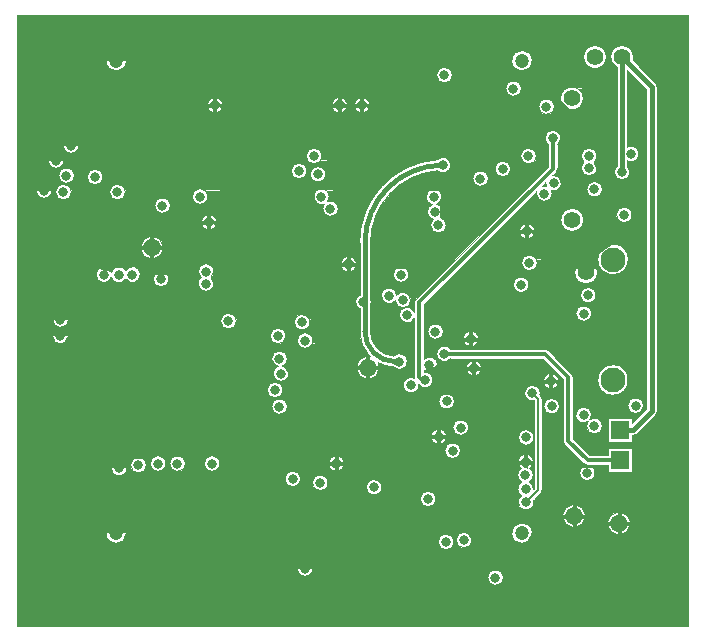
<source format=gbr>
%FSLAX23Y23*%
%MOIN*%
G04 EasyPC Gerber Version 17.0 Build 3379 *
%ADD28R,0.06000X0.06000*%
%ADD11C,0.00100*%
%ADD77C,0.00600*%
%ADD78C,0.01200*%
%ADD76C,0.01600*%
%ADD74C,0.03200*%
%ADD24C,0.04724*%
%ADD75C,0.05600*%
%ADD73C,0.08268*%
X0Y0D02*
D02*
D11*
X3Y3D02*
X2241D01*
Y2038*
X3*
Y3*
X67Y1453D02*
G75*
G02X119I26D01*
G01*
G75*
G02X67I-26*
G01*
X107Y1553D02*
G75*
G02X159I26D01*
G01*
G75*
G02X107I-26*
G01*
X122Y968D02*
G75*
G02X174I26D01*
G01*
G75*
G02X122I-26*
G01*
Y1023D02*
G75*
G02X174I26D01*
G01*
G75*
G02X122I-26*
G01*
X132Y1448D02*
G75*
G02X184I26D01*
G01*
G75*
G02X132I-26*
G01*
X142Y1503D02*
G75*
G02X194I26D01*
G01*
G75*
G02X142I-26*
G01*
X157Y1603D02*
G75*
G02X209I26D01*
G01*
G75*
G02X157I-26*
G01*
X237Y1498D02*
G75*
G02X289I26D01*
G01*
G75*
G02X237I-26*
G01*
X312Y1448D02*
G75*
G02X364I26D01*
G01*
G75*
G02X312I-26*
G01*
X317Y527D02*
G75*
G02X369I26D01*
G01*
G75*
G02X317I-26*
G01*
X318Y1165D02*
G75*
G02X267Y1173I-25J7D01*
G01*
G75*
G02X318Y1180I26*
G01*
G75*
G02X366Y1186I25J-7*
G01*
G75*
G02X414Y1173I23J-13*
G01*
G75*
G02X366Y1159I-26*
G01*
G75*
G02X318Y1165I-23J13*
G01*
X368Y311D02*
G75*
G02X301I-34D01*
G01*
G75*
G02X368I34*
G01*
Y1886D02*
G75*
G02X301I-34D01*
G01*
G75*
G02X368I34*
G01*
X382Y538D02*
G75*
G02X434I26D01*
G01*
G75*
G02X382I-26*
G01*
X426Y1258D02*
G75*
G03X448Y1235I28J5D01*
G01*
Y1225*
G75*
G02X416Y1258I5J38*
G01*
X426*
X447Y543D02*
G75*
G02X499I26D01*
G01*
G75*
G02X447I-26*
G01*
X448Y1290D02*
G75*
G03X426Y1268I5J-28D01*
G01*
X416*
G75*
G02X448Y1300I38J-5*
G01*
Y1290*
X457Y1158D02*
G75*
G02X509I26D01*
G01*
G75*
G02X457I-26*
G01*
X458Y1235D02*
G75*
G03X481Y1258I-5J28D01*
G01*
X491*
G75*
G02X458Y1225I-38J5*
G01*
Y1235*
X462Y1403D02*
G75*
G02X514I26D01*
G01*
G75*
G02X462I-26*
G01*
X481Y1268D02*
G75*
G03X458Y1290I-28J-5D01*
G01*
Y1300*
G75*
G02X491Y1268I-5J-38*
G01*
X481*
X512Y543D02*
G75*
G02X564I26D01*
G01*
G75*
G02X512I-26*
G01*
X587Y1433D02*
G75*
G02X639I26D01*
G01*
G75*
G02X587I-26*
G01*
X617Y1163D02*
G75*
G02X607Y1183I17J20D01*
G01*
G75*
G02X659I26*
G01*
G75*
G02X650Y1163I-26*
G01*
G75*
G02X659Y1143I-17J-20*
G01*
G75*
G02X607I-26*
G01*
G75*
G02X617Y1163I26*
G01*
X627Y543D02*
G75*
G02X679I26D01*
G01*
G75*
G02X627I-26*
G01*
X628Y1343D02*
G75*
G03X638Y1332I15J5D01*
G01*
Y1322*
G75*
G02X618Y1343I5J26*
G01*
X628*
X638Y1363D02*
G75*
G03X628Y1353I5J-15D01*
G01*
X618*
G75*
G02X638Y1373I26J-5*
G01*
Y1363*
X648Y1733D02*
G75*
G03X658Y1722I15J5D01*
G01*
Y1712*
G75*
G02X638Y1733I5J26*
G01*
X648*
X648Y1332D02*
G75*
G03X659Y1343I-5J15D01*
G01*
X669*
G75*
G02X648Y1322I-26J5*
G01*
Y1332*
X658Y1753D02*
G75*
G03X648Y1743I5J-15D01*
G01*
X638*
G75*
G02X658Y1763I26J-5*
G01*
Y1753*
X659Y1353D02*
G75*
G03X648Y1363I-15J-5D01*
G01*
Y1373*
G75*
G02X669Y1353I-5J-26*
G01*
X659*
X668Y1722D02*
G75*
G03X679Y1733I-5J15D01*
G01*
X689*
G75*
G02X668Y1712I-26J5*
G01*
Y1722*
X679Y1743D02*
G75*
G03X668Y1753I-15J-5D01*
G01*
Y1763*
G75*
G02X689Y1743I-5J-26*
G01*
X679*
X682Y1018D02*
G75*
G02X734I26D01*
G01*
G75*
G02X682I-26*
G01*
X837Y788D02*
G75*
G02X889I26D01*
G01*
G75*
G02X837I-26*
G01*
X847Y968D02*
G75*
G02X899I26D01*
G01*
G75*
G02X847I-26*
G01*
X852Y733D02*
G75*
G02X904I26D01*
G01*
G75*
G02X852I-26*
G01*
X874Y867D02*
G75*
G02X852Y892I4J26D01*
G01*
G75*
G02X904I26*
G01*
G75*
G02X888Y868I-26*
G01*
G75*
G02X909Y843I-4J-26*
G01*
G75*
G02X857I-26*
G01*
G75*
G02X874Y867I26*
G01*
X896Y492D02*
G75*
G02X948I26D01*
G01*
G75*
G02X896I-26*
G01*
X917Y1518D02*
G75*
G02X969I26D01*
G01*
G75*
G02X917I-26*
G01*
X927Y1014D02*
G75*
G02X979I26D01*
G01*
G75*
G02X927I-26*
G01*
X937Y193D02*
G75*
G02X989I26D01*
G01*
G75*
G02X937I-26*
G01*
Y953D02*
G75*
G02X989I26D01*
G01*
G75*
G02X937I-26*
G01*
X967Y1568D02*
G75*
G02X1019I26D01*
G01*
G75*
G02X967I-26*
G01*
X980Y1507D02*
G75*
G02X1032I26D01*
G01*
G75*
G02X980I-26*
G01*
X988Y479D02*
G75*
G02X1040I26D01*
G01*
G75*
G02X988I-26*
G01*
X1028Y1408D02*
G75*
G02X992Y1433I-9J24D01*
G01*
G75*
G02X1044I26*
G01*
G75*
G02X1039Y1417I-26*
G01*
G75*
G02X1074Y1393I9J-24*
G01*
G75*
G02X1022I-26*
G01*
G75*
G02X1028Y1408I26*
G01*
X1053Y538D02*
G75*
G03X1063Y527I15J5D01*
G01*
Y517*
G75*
G02X1043Y538I5J26*
G01*
X1053*
X1063Y1733D02*
G75*
G03X1073Y1722I15J5D01*
G01*
Y1712*
G75*
G02X1053Y1733I5J26*
G01*
X1063*
X1063Y558D02*
G75*
G03X1053Y548I5J-15D01*
G01*
X1043*
G75*
G02X1063Y568I26J-5*
G01*
Y558*
X1073Y527D02*
G75*
G03X1084Y538I-5J15D01*
G01*
X1094*
G75*
G02X1073Y517I-26J5*
G01*
Y527*
Y1753D02*
G75*
G03X1063Y1743I5J-15D01*
G01*
X1053*
G75*
G02X1073Y1763I26J-5*
G01*
Y1753*
X1083Y1722D02*
G75*
G03X1094Y1733I-5J15D01*
G01*
X1104*
G75*
G02X1083Y1712I-26J5*
G01*
Y1722*
X1084Y548D02*
G75*
G03X1073Y558I-15J-5D01*
G01*
Y568*
G75*
G02X1094Y548I-5J-26*
G01*
X1084*
X1093Y1202D02*
G75*
G03X1103Y1192I15J5D01*
G01*
Y1182*
G75*
G02X1083Y1202I5J26*
G01*
X1093*
X1094Y1743D02*
G75*
G03X1083Y1753I-15J-5D01*
G01*
Y1763*
G75*
G02X1104Y1743I-5J-26*
G01*
X1094*
X1103Y1223D02*
G75*
G03X1093Y1213I5J-15D01*
G01*
X1083*
G75*
G02X1103Y1233I26J-5*
G01*
Y1223*
X1113Y1192D02*
G75*
G03X1124Y1202I-5J15D01*
G01*
X1134*
G75*
G02X1113Y1182I-26J5*
G01*
Y1192*
X1124Y1213D02*
G75*
G03X1113Y1223I-15J-5D01*
G01*
Y1233*
G75*
G02X1134Y1213I-5J-26*
G01*
X1124*
X1138Y1733D02*
G75*
G03X1148Y1722I15J5D01*
G01*
Y1712*
G75*
G02X1128Y1733I5J26*
G01*
X1138*
X1145Y857D02*
G75*
G03X1168Y834I28J5D01*
G01*
Y824*
G75*
G02X1135Y857I5J38*
G01*
X1145*
X1145Y1060D02*
G75*
G02X1132Y1083I13J23D01*
G01*
G75*
G02X1145Y1105I26*
G01*
Y1278*
G75*
G02X1404Y1555I278*
G01*
G75*
G02X1449Y1538I19J-17*
G01*
G75*
G02X1405Y1519I-26*
G01*
G75*
G03X1181Y1278I18J-241*
G01*
Y1095*
G75*
G02X1184Y1083I-23J-12*
G01*
G75*
G02X1181Y1070I-26*
G01*
Y983*
G75*
G03X1260Y901I82*
G01*
G75*
G02X1304Y883I19J-18*
G01*
G75*
G02X1260Y865I-26*
G01*
G75*
G02X1207Y879I4J118*
G01*
G75*
G02X1210Y867I-34J-17*
G01*
X1200*
G75*
G03X1178Y890I-28J-5*
G01*
Y900*
G75*
G02X1180Y899I-5J-38*
G01*
G75*
G02X1145Y983I84J83*
G01*
Y1060*
X1148Y1753D02*
G75*
G03X1138Y1743I5J-15D01*
G01*
X1128*
G75*
G02X1148Y1763I26J-5*
G01*
Y1753*
X1158Y1722D02*
G75*
G03X1169Y1733I-5J15D01*
G01*
X1179*
G75*
G02X1158Y1712I-26J5*
G01*
Y1722*
X1167Y464D02*
G75*
G02X1219I26D01*
G01*
G75*
G02X1167I-26*
G01*
X1168Y890D02*
G75*
G03X1145Y867I5J-28D01*
G01*
X1135*
G75*
G02X1168Y900I38J-5*
G01*
Y890*
X1169Y1743D02*
G75*
G03X1158Y1753I-15J-5D01*
G01*
Y1763*
G75*
G02X1179Y1743I-5J-26*
G01*
X1169*
X1178Y834D02*
G75*
G03X1200Y857I-5J28D01*
G01*
X1210*
G75*
G02X1178Y824I-38J5*
G01*
Y834*
X1257Y1173D02*
G75*
G02X1309I26D01*
G01*
G75*
G02X1257I-26*
G01*
X1264Y1086D02*
G75*
G02X1217Y1103I-20J16D01*
G01*
G75*
G02X1269Y1104I26*
G01*
G75*
G02X1316Y1088I20J-16*
G01*
G75*
G02X1264Y1086I-26*
G01*
X1328Y1028D02*
G75*
G02X1277Y1038I-24J10D01*
G01*
G75*
G02X1328Y1047I26*
G01*
Y1081*
G75*
G02X1332Y1092I16J0*
G01*
X1773Y1533*
Y1608*
G75*
G02X1763Y1628I16J20*
G01*
G75*
G02X1815I26*
G01*
G75*
G02X1805Y1608I-26*
G01*
Y1526*
G75*
G02X1800Y1515I-16J0*
G01*
X1789Y1504*
G75*
G02X1818Y1478I2J-26*
G01*
G75*
G02X1785Y1453I-26*
G01*
G75*
G02X1787Y1443I-24J-10*
G01*
G75*
G02X1735I-26*
G01*
G75*
G02X1736Y1450I26*
G01*
X1360Y1074*
Y890*
G75*
G02X1404Y873I19J-18*
G01*
G75*
G02X1360Y855I-26*
G01*
Y847*
G75*
G02X1390Y821I4J-26*
G01*
G75*
G02X1341Y808I-26*
G01*
G75*
G02X1342Y804I-26J-4*
G01*
G75*
G02X1290I-26*
G01*
G75*
G02X1328Y827I26*
G01*
G75*
G02X1328Y831I15J4*
G01*
Y1028*
X1347Y425D02*
G75*
G02X1399I26D01*
G01*
G75*
G02X1347I-26*
G01*
X1372Y983D02*
G75*
G02X1424I26D01*
G01*
G75*
G02X1372I-26*
G01*
X1388Y1406D02*
G75*
G02X1367Y1432I5J26D01*
G01*
G75*
G02X1419I26*
G01*
G75*
G02X1401Y1408I-26*
G01*
G75*
G02X1423Y1382I-5J-26*
G01*
G75*
G02X1414Y1363I-26*
G01*
G75*
G02X1434Y1338I-6J-25*
G01*
G75*
G02X1382I-26*
G01*
G75*
G02X1391Y1357I26*
G01*
G75*
G02X1371Y1382I6J25*
G01*
G75*
G02X1388Y1406I26*
G01*
X1393Y627D02*
G75*
G03X1404Y617I15J5D01*
G01*
Y607*
G75*
G02X1383Y627I5J26*
G01*
X1393*
X1402Y1838D02*
G75*
G02X1454I26D01*
G01*
G75*
G02X1402I-26*
G01*
X1404Y647D02*
G75*
G03X1393Y637I5J-15D01*
G01*
X1383*
G75*
G02X1404Y658I26J-5*
G01*
Y647*
X1407Y282D02*
G75*
G02X1459I26D01*
G01*
G75*
G02X1407I-26*
G01*
X1409Y750D02*
G75*
G02X1461I26D01*
G01*
G75*
G02X1409I-26*
G01*
X1414Y617D02*
G75*
G03X1424Y627I-5J15D01*
G01*
X1434*
G75*
G02X1414Y607I-26J5*
G01*
Y617*
X1424Y637D02*
G75*
G03X1414Y647I-15J-5D01*
G01*
Y658*
G75*
G02X1434Y637I-5J-26*
G01*
X1424*
X1429Y586D02*
G75*
G02X1481I26D01*
G01*
G75*
G02X1429I-26*
G01*
X1448Y893D02*
G75*
G02X1402Y909I-20J16D01*
G01*
G75*
G02X1448Y925I26*
G01*
X1763*
G75*
G02X1774Y920I0J-16*
G01*
X1851Y843*
G75*
G02X1856Y832I-11J-11*
G01*
Y626*
X1911Y570*
X1974*
Y595*
X2054*
Y515*
X1974*
Y538*
X1905*
G75*
G02X1893Y543I0J16*
G01*
X1828Y608*
G75*
G02X1824Y619I11J11*
G01*
Y825*
X1756Y893*
X1448*
X1456Y663D02*
G75*
G02X1508I26D01*
G01*
G75*
G02X1456I-26*
G01*
X1467Y288D02*
G75*
G02X1519I26D01*
G01*
G75*
G02X1467I-26*
G01*
X1500Y953D02*
G75*
G03X1511Y943I15J5D01*
G01*
Y933*
G75*
G02X1490Y953I5J26*
G01*
X1500*
X1510Y856D02*
G75*
G03X1521Y846I15J5D01*
G01*
Y836*
G75*
G02X1500Y856I5J26*
G01*
X1510*
X1511Y973D02*
G75*
G03X1500Y963I5J-15D01*
G01*
X1490*
G75*
G02X1511Y984I26J-5*
G01*
Y973*
X1521Y876D02*
G75*
G03X1510Y866I5J-15D01*
G01*
X1500*
G75*
G02X1521Y887I26J-5*
G01*
Y876*
Y943D02*
G75*
G03X1531Y953I-5J15D01*
G01*
X1541*
G75*
G02X1521Y933I-26J5*
G01*
Y943*
X1522Y1493D02*
G75*
G02X1574I26D01*
G01*
G75*
G02X1522I-26*
G01*
X1531Y846D02*
G75*
G03X1541Y856I-5J15D01*
G01*
X1551*
G75*
G02X1531Y836I-26J5*
G01*
Y846*
X1531Y963D02*
G75*
G03X1521Y973I-15J-5D01*
G01*
Y984*
G75*
G02X1541Y963I-5J-26*
G01*
X1531*
X1541Y866D02*
G75*
G03X1531Y876I-15J-5D01*
G01*
Y887*
G75*
G02X1551Y866I-5J-26*
G01*
X1541*
X1572Y163D02*
G75*
G02X1624I26D01*
G01*
G75*
G02X1572I-26*
G01*
X1596Y1525D02*
G75*
G02X1648I26D01*
G01*
G75*
G02X1596I-26*
G01*
X1632Y1793D02*
G75*
G02X1684I26D01*
G01*
G75*
G02X1632I-26*
G01*
X1657Y1139D02*
G75*
G02X1709I26D01*
G01*
G75*
G02X1657I-26*
G01*
X1674Y630D02*
G75*
G02X1726I26D01*
G01*
G75*
G02X1674I-26*
G01*
X1682Y1568D02*
G75*
G02X1734I26D01*
G01*
G75*
G02X1682I-26*
G01*
X1684Y526D02*
G75*
G02X1673Y543I14J22D01*
G01*
X1683*
G75*
G03X1694Y533I15J5*
G01*
Y530*
G75*
G02X1704Y529I4J-26*
G01*
Y533*
G75*
G03X1714Y543I-5J15*
G01*
X1724*
G75*
G02X1712Y526I-26J5*
G01*
G75*
G02X1724Y504I-14J-22*
G01*
G75*
G02X1710Y481I-26*
G01*
G75*
G02X1725Y458I-12J-23*
G01*
G75*
G02X1725Y457I-26J0*
G01*
X1727Y459*
Y753*
G75*
G02X1695Y778I-6J25*
G01*
G75*
G02X1747I26*
G01*
G75*
G02X1746Y771I-26*
G01*
X1749Y768*
G75*
G02X1753Y759I-9J-9*
G01*
Y454*
G75*
G02X1749Y445I-13*
G01*
X1725Y421*
G75*
G02X1726Y414I-25J-7*
G01*
G75*
G02X1674I-26*
G01*
G75*
G02X1685Y436I26*
G01*
G75*
G02X1673Y458I13J22*
G01*
G75*
G02X1686Y481I26*
G01*
G75*
G02X1672Y504I12J23*
G01*
G75*
G02X1684Y526I26*
G01*
X1685Y1212D02*
G75*
G02X1737I26D01*
G01*
G75*
G02X1685I-26*
G01*
X1688Y1313D02*
G75*
G03X1698Y1302I15J5D01*
G01*
Y1292*
G75*
G02X1678Y1313I5J26*
G01*
X1688*
X1694Y563D02*
G75*
G03X1683Y553I5J-15D01*
G01*
X1673*
G75*
G02X1694Y574I26J-5*
G01*
Y563*
X1698Y1333D02*
G75*
G03X1688Y1323I5J-15D01*
G01*
X1678*
G75*
G02X1698Y1343I26J-5*
G01*
Y1333*
X1708Y1302D02*
G75*
G03X1719Y1313I-5J15D01*
G01*
X1729*
G75*
G02X1708Y1292I-26J5*
G01*
Y1302*
X1714Y553D02*
G75*
G03X1704Y563I-15J-5D01*
G01*
Y574*
G75*
G02X1724Y553I-5J-26*
G01*
X1714*
X1719Y1323D02*
G75*
G03X1708Y1333I-15J-5D01*
G01*
Y1343*
G75*
G02X1729Y1323I-5J-26*
G01*
X1719*
X1720Y311D02*
G75*
G02X1653I-34D01*
G01*
G75*
G02X1720I34*
G01*
Y1886D02*
G75*
G02X1653I-34D01*
G01*
G75*
G02X1720I34*
G01*
X1742Y1733D02*
G75*
G02X1794I26D01*
G01*
G75*
G02X1742I-26*
G01*
X1759Y734D02*
G75*
G02X1811I26D01*
G01*
G75*
G02X1759I-26*
G01*
X1768Y813D02*
G75*
G03X1778Y802I15J5D01*
G01*
Y792*
G75*
G02X1758Y813I5J26*
G01*
X1768*
X1778Y833D02*
G75*
G03X1768Y823I5J-15D01*
G01*
X1758*
G75*
G02X1778Y843I26J-5*
G01*
Y833*
X1788Y802D02*
G75*
G03X1799Y813I-5J15D01*
G01*
X1809*
G75*
G02X1788Y792I-26J5*
G01*
Y802*
X1799Y823D02*
G75*
G03X1788Y833I-15J-5D01*
G01*
Y843*
G75*
G02X1809Y823I-5J-26*
G01*
X1799*
X1815Y1760D02*
G75*
G02X1891I38D01*
G01*
G75*
G02X1815I-38*
G01*
X1816Y1355D02*
G75*
G02X1892I38D01*
G01*
G75*
G02X1816I-38*
G01*
X1832Y363D02*
G75*
G03X1855Y340I28J5D01*
G01*
Y330*
G75*
G02X1822Y363I5J38*
G01*
X1832*
X1855Y396D02*
G75*
G03X1832Y373I5J-28D01*
G01*
X1822*
G75*
G02X1855Y406I38J-5*
G01*
Y396*
X1862Y1180D02*
G75*
G02X1938I38D01*
G01*
G75*
G02X1862I-38*
G01*
X1865Y340D02*
G75*
G03X1887Y363I-5J28D01*
G01*
X1897*
G75*
G02X1865Y330I-38J5*
G01*
Y340*
X1866Y1043D02*
G75*
G02X1918I26D01*
G01*
G75*
G02X1866I-26*
G01*
X1878Y512D02*
G75*
G02X1930I26D01*
G01*
G75*
G02X1878I-26*
G01*
X1881Y1104D02*
G75*
G02X1933I26D01*
G01*
G75*
G02X1881I-26*
G01*
X1887Y373D02*
G75*
G03X1865Y396I-28J-5D01*
G01*
Y406*
G75*
G02X1897Y373I-5J-38*
G01*
X1887*
X1892Y1898D02*
G75*
G02X1968I38D01*
G01*
G75*
G02X1892I-38*
G01*
X1893Y1548D02*
G75*
G02X1884Y1568I17J20D01*
G01*
G75*
G02X1936I26*
G01*
G75*
G02X1926Y1548I-26*
G01*
G75*
G02X1936Y1528I-17J-20*
G01*
G75*
G02X1884I-26*
G01*
G75*
G02X1893Y1548I26*
G01*
X1902Y1457D02*
G75*
G02X1954I26D01*
G01*
G75*
G02X1902I-26*
G01*
X1907Y684D02*
G75*
G02X1866Y705I-16J21D01*
G01*
G75*
G02X1918I26*
G01*
G75*
G02X1912Y689I-26*
G01*
G75*
G02X1954Y668I16J-21*
G01*
G75*
G02X1902I-26*
G01*
G75*
G02X1907Y684I26*
G01*
X1982Y338D02*
G75*
G03X2005Y316I28J5D01*
G01*
Y306*
G75*
G02X1972Y338I5J38*
G01*
X1982*
X1990Y770D02*
G75*
G02Y873J51D01*
G01*
G75*
G02Y770J-51*
G01*
Y1172D02*
G75*
G02Y1275J51D01*
G01*
G75*
G02Y1172J-51*
G01*
X2001Y1372D02*
G75*
G02X2053I26D01*
G01*
G75*
G02X2001I-26*
G01*
X2002Y1534D02*
Y1782D01*
Y1865*
G75*
G02X1982Y1898I18J33*
G01*
G75*
G02X2058I38*
G01*
G75*
G02X2056Y1887I-38J0*
G01*
X2131Y1812*
G75*
G02X2137Y1799I-13J-13*
G01*
Y717*
G75*
G02X2131Y704I-18*
G01*
X2069Y642*
G75*
G02X2057Y637I-13J13*
G01*
X2054*
Y615*
X1974*
Y695*
X2054*
Y677*
X2101Y724*
Y1792*
X2038Y1855*
Y1782*
Y1598*
G75*
G02X2076Y1575I12J-23*
G01*
G75*
G02X2038Y1552I-26*
G01*
Y1534*
G75*
G02X2046Y1515I-18J-19*
G01*
G75*
G02X1994I-26*
G01*
G75*
G02X2002Y1534I26*
G01*
X2005Y371D02*
G75*
G03X1982Y348I5J-28D01*
G01*
X1972*
G75*
G02X2005Y381I38J-5*
G01*
Y371*
X2015Y316D02*
G75*
G03X2037Y338I-5J28D01*
G01*
X2047*
G75*
G02X2015Y306I-38J5*
G01*
Y316*
X2037Y348D02*
G75*
G03X2015Y371I-28J-5D01*
G01*
Y381*
G75*
G02X2047Y348I-5J-38*
G01*
X2037*
X2039Y736D02*
G75*
G02X2091I26D01*
G01*
G75*
G02X2039I-26*
G01*
X3Y1453D02*
G36*
Y1403D01*
X462*
G75*
G02X514I26*
G01*
X1024*
G75*
G02X1028Y1408I24J-10*
G01*
G75*
G02X992Y1433I-9J24*
G01*
G75*
G02X1002Y1453I26*
G01*
X630*
G75*
G02X639Y1433I-17J-20*
G01*
G75*
G02X587I-26*
G01*
G75*
G02X597Y1453I26*
G01*
X364*
G75*
G02X364Y1448I-26J-5*
G01*
G75*
G02X312I-26*
G01*
G75*
G02X313Y1453I26J0*
G01*
X184*
G75*
G02X184Y1448I-26J-5*
G01*
G75*
G02X132I-26*
G01*
G75*
G02X133Y1453I26J0*
G01*
X119*
G75*
G02X67I-26*
G01*
X3*
G37*
X67D02*
G36*
G75*
G02X119I26D01*
G01*
X133*
G75*
G02X184I26J-5*
G01*
X313*
G75*
G02X364I26J-5*
G01*
X597*
G75*
G02X630I17J-20*
G01*
X1002*
G75*
G02X1035I17J-20*
G01*
X1207*
G75*
G02X1260Y1503I216J-175*
G01*
X1031*
G75*
G02X980I-26J5*
G01*
X965*
G75*
G02X922I-21J15*
G01*
X289*
G75*
G02X289Y1498I-26J-5*
G01*
G75*
G02X237I-26*
G01*
G75*
G02X238Y1503I26J0*
G01*
X194*
G75*
G02X142I-26*
G01*
X3*
Y1453*
X67*
G37*
X1035D02*
G36*
G75*
G02X1044Y1433I-17J-20D01*
G01*
G75*
G02X1039Y1417I-26*
G01*
G75*
G02X1072Y1403I9J-24*
G01*
X1175*
G75*
G02X1207Y1453I248J-125*
G01*
X1035*
G37*
X1256D02*
G36*
G75*
G03X1216Y1403I167J-175D01*
G01*
X1381*
G75*
G02X1388Y1406I16J-20*
G01*
G75*
G02X1367Y1432I5J26*
G01*
G75*
G02X1377Y1453I26*
G01*
X1256*
G37*
X1377D02*
G36*
G75*
G02X1409I16J-20D01*
G01*
X1692*
X1742Y1503*
X1635*
G75*
G02X1609I-13J23*
G01*
X1572*
G75*
G02X1574Y1493I-24J-10*
G01*
G75*
G02X1522I-26*
G01*
G75*
G02X1524Y1503I26*
G01*
X1334*
G75*
G03X1256Y1453I89J-225*
G01*
X1377*
G37*
X1409D02*
G36*
G75*
G02X1419Y1432I-16J-20D01*
G01*
G75*
G02X1401Y1408I-26*
G01*
G75*
G02X1413Y1403I-5J-26*
G01*
X1642*
X1692Y1453*
X1409*
G37*
X1796D02*
G36*
G75*
G02X1785Y1453I-5J26D01*
G01*
G75*
G02X1787Y1443I-24J-10*
G01*
G75*
G02X1735I-26*
G01*
G75*
G02X1736Y1450I26*
G01*
X1688Y1403*
X2101*
Y1453*
X1953*
G75*
G02X1902I-26J5*
G01*
X1796*
G37*
X1902D02*
G36*
G75*
G02X1902Y1457I26J5D01*
G01*
G75*
G02X1954I26*
G01*
G75*
G02X1953Y1453I-26J0*
G01*
X2101*
Y1792*
X2038Y1855*
Y1598*
G75*
G02X2076Y1575I12J-23*
G01*
G75*
G02X2038Y1552I-26*
G01*
Y1534*
G75*
G02X2046Y1515I-18J-19*
G01*
G75*
G02X1997Y1503I-26*
G01*
X1915*
G75*
G02X1905I-5J26*
G01*
X1800*
G75*
G02X1818Y1478I-9J-24*
G01*
G75*
G02X1796Y1453I-26*
G01*
X1902*
G37*
X2137D02*
G36*
Y1403D01*
X2241*
Y1453*
X2137*
G37*
X2241D02*
G36*
Y1503D01*
X2137*
Y1453*
X2241*
G37*
X3Y1553D02*
G36*
Y1503D01*
X142*
G75*
G02X194I26*
G01*
X238*
G75*
G02X289I26J-5*
G01*
X922*
G75*
G02X917Y1518I21J15*
G01*
G75*
G02X969I26*
G01*
G75*
G02X965Y1503I-26*
G01*
X980*
G75*
G02X980Y1507I26J5*
G01*
G75*
G02X1032I26*
G01*
G75*
G02X1031Y1503I-26J0*
G01*
X1260*
G75*
G02X1383Y1553I163J-225*
G01*
X1015*
G75*
G02X972I-21J15*
G01*
X159*
G75*
G02X107I-26*
G01*
X3*
G37*
X107D02*
G36*
G75*
G02X159I26D01*
G01*
X972*
G75*
G02X967Y1568I21J15*
G01*
G75*
G02X1019I26*
G01*
G75*
G02X1015Y1553I-26*
G01*
X1383*
G75*
G02X1404Y1555I41J-275*
G01*
G75*
G02X1445Y1553I19J-17*
G01*
X1687*
G75*
G02X1682Y1568I21J15*
G01*
G75*
G02X1734I26*
G01*
G75*
G02X1730Y1553I-26*
G01*
X1773*
Y1603*
X209*
G75*
G02X157I-26*
G01*
X3*
Y1553*
X107*
G37*
X1445D02*
G36*
G75*
G02X1449Y1538I-21J-15D01*
G01*
G75*
G02X1405Y1519I-26*
G01*
G75*
G03X1334Y1503I18J-241*
G01*
X1524*
G75*
G02X1572I24J-10*
G01*
X1609*
G75*
G02X1596Y1525I13J23*
G01*
G75*
G02X1648I26*
G01*
G75*
G02X1635Y1503I-26*
G01*
X1742*
X1773Y1533*
Y1553*
X1730*
G75*
G02X1687I-21J15*
G01*
X1445*
G37*
X1805D02*
G36*
Y1526D01*
G75*
G02X1800Y1515I-16J0*
G01*
X1789Y1504*
G75*
G02X1800Y1503I2J-26*
G01*
X1905*
G75*
G02X1884Y1528I5J26*
G01*
G75*
G02X1893Y1548I26*
G01*
G75*
G02X1889Y1553I17J20*
G01*
X1805*
G37*
X1889D02*
G36*
G75*
G02X1884Y1568I21J16D01*
G01*
G75*
G02X1936I26*
G01*
G75*
G02X1930Y1553I-26J0*
G01*
X2002*
Y1603*
X1805*
Y1553*
X1889*
G37*
X1930D02*
G36*
G75*
G02X1926Y1548I-21J16D01*
G01*
G75*
G02X1936Y1528I-17J-20*
G01*
G75*
G02X1915Y1503I-26*
G01*
X1997*
G75*
G02X1994Y1515I23J13*
G01*
G75*
G02X2002Y1534I26*
G01*
Y1553*
X1930*
G37*
X2137D02*
G36*
Y1503D01*
X2241*
Y1553*
X2137*
G37*
X2241D02*
G36*
Y1603D01*
X2137*
Y1553*
X2241*
G37*
X3Y968D02*
G36*
Y943D01*
X140*
G75*
G02X122Y968I8J25*
G01*
X3*
G37*
X122D02*
G36*
G75*
G02X174I26D01*
G01*
X847*
G75*
G02X899I26*
G01*
X942*
G75*
G02X985I21J-15*
G01*
X1146*
G75*
G02X1145Y983I117J15*
G01*
Y1023*
X977*
G75*
G02X979Y1014I-25J-8*
G01*
G75*
G02X927I-26*
G01*
G75*
G02X928Y1023I26J0*
G01*
X734*
G75*
G02X734Y1018I-26J-5*
G01*
G75*
G02X682I-26*
G01*
G75*
G02X683Y1023I26J0*
G01*
X174*
G75*
G02X122I-26*
G01*
X3*
Y968*
X122*
G37*
X174D02*
G36*
G75*
G02X157Y943I-26D01*
G01*
X865*
G75*
G02X847Y968I8J25*
G01*
X174*
G37*
X899D02*
G36*
G75*
G02X882Y943I-26D01*
G01*
X939*
G75*
G02X937Y953I24J10*
G01*
G75*
G02X942Y968I26*
G01*
X899*
G37*
X985D02*
G36*
G75*
G02X989Y953I-21J-15D01*
G01*
G75*
G02X988Y943I-26J0*
G01*
X1152*
G75*
G02X1146Y968I111J40*
G01*
X985*
G37*
X1183D02*
G36*
G75*
G03X1192Y943I81J15D01*
G01*
X1328*
Y968*
X1183*
G37*
X1328D02*
G36*
Y1028D01*
G75*
G02X1282Y1023I-24J10*
G01*
X1181*
Y983*
G75*
G03X1183Y968I82J0*
G01*
X1328*
G37*
X1360D02*
G36*
Y943D01*
X1495*
G75*
G02X1490Y953I21J15*
G01*
X1500*
G75*
G03X1511Y943I15J5*
G01*
Y943*
X1521*
Y943*
G75*
G03X1531Y953I-5J15*
G01*
X1541*
G75*
G02X1537Y943I-26J5*
G01*
X2101*
Y968*
X1540*
G75*
G02X1541Y963I-24J-9*
G01*
X1531*
G75*
G03X1529Y968I-15J-5*
G01*
X1503*
G75*
G03X1500Y963I13J-9*
G01*
X1490*
G75*
G02X1491Y968I26J-5*
G01*
X1420*
G75*
G02X1377I-21J15*
G01*
X1360*
G37*
X1377D02*
G36*
G75*
G02X1372Y983I21J15D01*
G01*
G75*
G02X1424I26*
G01*
G75*
G02X1420Y968I-26*
G01*
X1491*
G75*
G02X1511Y984I24J-9*
G01*
Y973*
G75*
G03X1503Y968I5J-15*
G01*
X1529*
G75*
G03X1521Y973I-13J-9*
G01*
Y984*
G75*
G02X1540Y968I-5J-26*
G01*
X2101*
Y1023*
X1908*
G75*
G02X1876I-16J21*
G01*
X1360*
Y968*
X1377*
G37*
X2137D02*
G36*
Y943D01*
X2241*
Y968*
X2137*
G37*
X2241D02*
G36*
Y1023D01*
X2137*
Y968*
X2241*
G37*
X122Y1023D02*
G36*
G75*
G02X174I26D01*
G01*
X683*
G75*
G02X734I26J-5*
G01*
X928*
G75*
G02X977I25J-8*
G01*
X1145*
Y1060*
G75*
G02X1136Y1095I13J23*
G01*
X3*
Y1023*
X122*
G37*
X1282D02*
G36*
G75*
G02X1277Y1038I21J15D01*
G01*
G75*
G02X1328Y1047I26*
G01*
Y1081*
G75*
G02X1332Y1092I16J0*
G01*
X1335Y1095*
X1315*
G75*
G02X1316Y1088I-25J-7*
G01*
G75*
G02X1264Y1086I-26*
G01*
G75*
G02X1219Y1095I-20J16*
G01*
X1181*
Y1095*
G75*
G02Y1070I-23J-12*
G01*
Y1023*
X1282*
G37*
X1876D02*
G36*
G75*
G02X1866Y1043I16J21D01*
G01*
G75*
G02X1918I26*
G01*
G75*
G02X1908Y1023I-26*
G01*
X2101*
Y1095*
X1931*
G75*
G02X1882I-24J9*
G01*
X1380*
X1360Y1074*
Y1023*
X1876*
G37*
X2241D02*
G36*
Y1095D01*
X2137*
Y1023*
X2241*
G37*
X157Y1603D02*
G36*
G75*
G02X209I26D01*
G01*
X1773*
Y1608*
G75*
G02X1763Y1628I16J20*
G01*
G75*
G02X1815I26*
G01*
G75*
G02X1805Y1608I-26*
G01*
Y1603*
X2002*
Y1722*
X1857*
G75*
G02X1849I-4J38*
G01*
X1792*
G75*
G02X1745I-24J10*
G01*
X1175*
G75*
G02X1158Y1712I-21J15*
G01*
Y1722*
X1148*
Y1712*
G75*
G02X1132Y1722I5J26*
G01*
X1100*
G75*
G02X1083Y1712I-21J15*
G01*
Y1722*
X1073*
Y1712*
G75*
G02X1057Y1722I5J26*
G01*
X685*
G75*
G02X668Y1712I-21J15*
G01*
Y1722*
X658*
Y1712*
G75*
G02X642Y1722I5J26*
G01*
X3*
Y1603*
X157*
G37*
X2241D02*
G36*
Y1722D01*
X2137*
Y1603*
X2241*
G37*
X3Y527D02*
G36*
Y492D01*
X896*
G75*
G02X948I26*
G01*
X991*
G75*
G02X1036I23J-13*
G01*
X1675*
G75*
G02X1684Y526I23J12*
G01*
G75*
G02X1683Y527I14J22*
G01*
X1090*
G75*
G02X1073Y517I-21J15*
G01*
Y527*
G75*
G03X1074Y527I-5J15*
G01*
X1063*
X1063Y517*
G75*
G02X1047Y527I5J26*
G01*
X675*
G75*
G02X632I-21J15*
G01*
X560*
G75*
G02X517I-21J15*
G01*
X495*
G75*
G02X452I-21J15*
G01*
X432*
G75*
G02X384I-24J10*
G01*
X369*
G75*
G02X317I-26*
G01*
X3*
G37*
X317D02*
G36*
G75*
G02X369I26D01*
G01*
X384*
G75*
G02X382Y538I24J10*
G01*
G75*
G02X392Y558I26*
G01*
X3*
Y527*
X317*
G37*
X452D02*
G36*
G75*
G02X447Y543I21J15D01*
G01*
G75*
G02X452Y558I26*
G01*
X425*
G75*
G02X434Y538I-16J-20*
G01*
G75*
G02X432Y527I-26*
G01*
X452*
G37*
X517D02*
G36*
G75*
G02X512Y543I21J15D01*
G01*
G75*
G02X517Y558I26*
G01*
X495*
G75*
G02X499Y543I-21J-15*
G01*
G75*
G02X495Y527I-26*
G01*
X517*
G37*
X632D02*
G36*
G75*
G02X627Y543I21J15D01*
G01*
G75*
G02X632Y558I26*
G01*
X560*
G75*
G02X564Y543I-21J-15*
G01*
G75*
G02X560Y527I-26*
G01*
X632*
G37*
X1047D02*
G36*
G75*
G02X1043Y538I21J15D01*
G01*
X1053*
G75*
G03X1063Y527I15J5*
G01*
X1074*
G75*
G03X1084Y538I-6J15*
G01*
X1094*
G75*
G02X1090Y527I-26J5*
G01*
X1683*
G75*
G02X1673Y543I16J21*
G01*
X1683*
G75*
G03X1694Y533I15J5*
G01*
Y530*
G75*
G02X1704Y529I4J-26*
G01*
Y533*
G75*
G03X1714Y543I-5J15*
G01*
X1724*
G75*
G02X1712Y526I-26J5*
G01*
G75*
G02X1710Y481I-14J-22*
G01*
G75*
G02X1725Y458I-12J-23*
G01*
G75*
G02X1725Y457I-26J0*
G01*
X1727Y459*
Y558*
X1723*
G75*
G02X1724Y553I-24J-10*
G01*
X1714*
G75*
G03X1711Y558I-15J-5*
G01*
X1686*
G75*
G03X1683Y553I13J-10*
G01*
X1673*
G75*
G02X1675Y558I26J-5*
G01*
X1090*
G75*
G02X1094Y548I-21J-15*
G01*
X1084*
G75*
G03X1073Y558I-15J-5*
G01*
Y558*
X1063*
Y558*
G75*
G03X1053Y548I5J-15*
G01*
X1043*
G75*
G02X1047Y558I26J-5*
G01*
X675*
G75*
G02X679Y543I-21J-15*
G01*
G75*
G02X675Y527I-26*
G01*
X1047*
G37*
X1753D02*
G36*
Y492D01*
X1887*
G75*
G02X1878Y512I17J20*
G01*
G75*
G02X1883Y527I26*
G01*
X1753*
G37*
X1883D02*
G36*
G75*
G02X1925I21J-15D01*
G01*
X1974*
Y538*
X1905*
G75*
G02X1893Y543I0J16*
G01*
X1878Y558*
X1753*
Y527*
X1883*
G37*
X1925D02*
G36*
G75*
G02X1930Y512I-21J-15D01*
G01*
G75*
G02X1920Y492I-26*
G01*
X2241*
Y527*
X2054*
Y515*
X1974*
Y527*
X1925*
G37*
X2241D02*
G36*
Y558D01*
X2054*
Y527*
X2241*
G37*
X3Y1173D02*
G36*
Y1139D01*
X465*
G75*
G02X457Y1158I18J18*
G01*
G75*
G02X462Y1173I26*
G01*
X414*
G75*
G02X366Y1159I-26*
G01*
G75*
G02X318Y1165I-23J13*
G01*
G75*
G02X267Y1173I-25J7*
G01*
X3*
G37*
X267D02*
G36*
G75*
G02X277Y1192I26D01*
G01*
X3*
Y1173*
X267*
G37*
X462D02*
G36*
G75*
G02X505I21J-15D01*
G01*
X609*
G75*
G02X607Y1183I24J10*
G01*
G75*
G02X609Y1192I26*
G01*
X405*
G75*
G02X414Y1173I-17J-20*
G01*
X462*
G37*
X505D02*
G36*
G75*
G02X509Y1158I-21J-15D01*
G01*
G75*
G02X502Y1139I-26*
G01*
X608*
G75*
G02X607Y1143I26J3*
G01*
G75*
G02X617Y1163I26*
G01*
G75*
G02X609Y1173I17J20*
G01*
X505*
G37*
X657D02*
G36*
G75*
G02X650Y1163I-24J10D01*
G01*
G75*
G02X659Y1143I-17J-20*
G01*
G75*
G02X659Y1139I-26J0*
G01*
X1145*
Y1173*
X657*
G37*
X1145D02*
G36*
Y1192D01*
X1130*
G75*
G02X1113Y1182I-21J15*
G01*
Y1192*
X1103*
Y1182*
G75*
G02X1087Y1192I5J26*
G01*
X658*
G75*
G02X659Y1183I-24J-10*
G01*
G75*
G02X657Y1173I-26*
G01*
X1145*
G37*
X1181D02*
G36*
Y1139D01*
X1379*
X1412Y1173*
X1309*
G75*
G02X1257I-26*
G01*
X1181*
G37*
X1257D02*
G36*
G75*
G02X1267Y1192I26D01*
G01*
X1181*
Y1173*
X1257*
G37*
X1412D02*
G36*
X1432Y1192D01*
X1300*
G75*
G02X1309Y1173I-17J-20*
G01*
X1412*
G37*
X1458D02*
G36*
X1424Y1139D01*
X1657*
G75*
G02X1709I26*
G01*
X2101*
Y1173*
X1998*
G75*
G02X1990Y1172I-8J51*
G01*
G75*
G02X1982Y1173J51*
G01*
X1937*
G75*
G02X1862I-37J8*
G01*
X1458*
G37*
X1862D02*
G36*
G75*
G02X1862Y1180I37J8D01*
G01*
G75*
G02X1864Y1192I38J0*
G01*
X1727*
G75*
G02X1694I-17J20*
G01*
X1477*
X1458Y1173*
X1862*
G37*
X1982D02*
G36*
G75*
G02X1949Y1192I8J51D01*
G01*
X1936*
G75*
G02X1938Y1180I-36J-12*
G01*
G75*
G02X1937Y1173I-38J0*
G01*
X1982*
G37*
X2101D02*
G36*
Y1192D01*
X2031*
G75*
G02X1998Y1173I-41J31*
G01*
X2101*
G37*
X2137D02*
G36*
Y1139D01*
X2241*
Y1173*
X2137*
G37*
X2241D02*
G36*
Y1192D01*
X2137*
Y1173*
X2241*
G37*
X3Y311D02*
G36*
Y282D01*
X317*
G75*
G02X301Y311I17J29*
G01*
X3*
G37*
X301D02*
G36*
G75*
G02X368I34D01*
G01*
X1483*
G75*
G02X1504I10J-24*
G01*
X1653*
G75*
G02X1720I34*
G01*
X1989*
G75*
G02X1972Y338I20J32*
G01*
X1982*
G75*
G03X2005Y316I28J5*
G01*
Y311*
X2015*
Y316*
G75*
G03X2037Y338I-5J28*
G01*
X2047*
G75*
G02X2030Y311I-38J5*
G01*
X2241*
Y347*
X1891*
G75*
G02X1865Y330I-31J21*
G01*
Y340*
G75*
G03X1878Y347I-5J28*
G01*
X1841*
G75*
G03X1855Y340I18J21*
G01*
Y330*
G75*
G02X1828Y347I5J38*
G01*
X3*
Y311*
X301*
G37*
X368D02*
G36*
G75*
G02X352Y282I-34D01*
G01*
X1407*
G75*
G02X1459I26*
G01*
X1468*
G75*
G02X1467Y288I26J5*
G01*
G75*
G02X1483Y311I26*
G01*
X368*
G37*
X1504D02*
G36*
G75*
G02X1519Y288I-10J-24D01*
G01*
G75*
G02X1519Y282I-26J0*
G01*
X1669*
G75*
G02X1653Y311I17J29*
G01*
X1504*
G37*
X1720D02*
G36*
G75*
G02X1704Y282I-34D01*
G01*
X2241*
Y311*
X2030*
G75*
G02X2015Y306I-20J32*
G01*
Y311*
X2005*
Y306*
G75*
G02X1989Y311I5J38*
G01*
X1720*
G37*
X3Y1886D02*
G36*
Y1838D01*
X1402*
G75*
G02X1454I26*
G01*
X2002*
Y1865*
G75*
G02X1984Y1886I18J33*
G01*
X1966*
G75*
G02X1894I-36J12*
G01*
X1720*
G75*
G02X1653I-34*
G01*
X368*
G75*
G02X301I-34*
G01*
X3*
G37*
X301D02*
G36*
G75*
G02X368I34D01*
G01*
X1653*
G75*
G02X1720I34*
G01*
X1894*
G75*
G02X1892Y1898I36J12*
G01*
G75*
G02X1968I38*
G01*
G75*
G02X1966Y1886I-38*
G01*
X1984*
G75*
G02X1982Y1898I36J12*
G01*
G75*
G02X2058I38*
G01*
G75*
G02X2056Y1887I-38J0*
G01*
X2057Y1886*
X2241*
Y2038*
X3*
Y1886*
X301*
G37*
X2057D02*
G36*
X2106Y1838D01*
X2241*
Y1886*
X2057*
G37*
X3Y1241D02*
G36*
Y1223D01*
X1087*
G75*
G02X1103Y1233I21J-15*
G01*
Y1223*
X1113*
Y1233*
G75*
G02X1130Y1223I-5J-26*
G01*
X1145*
Y1241*
X485*
G75*
G02X458Y1225I-31J21*
G01*
Y1235*
G75*
G03X472Y1241I-5J28*
G01*
X435*
G75*
G03X448Y1235I18J21*
G01*
Y1225*
G75*
G02X422Y1241I5J38*
G01*
X3*
G37*
X422D02*
G36*
G75*
G02X416Y1258I31J21D01*
G01*
X426*
G75*
G03X435Y1241I28J5*
G01*
X472*
G75*
G03X481Y1258I-18J21*
G01*
X491*
G75*
G02X485Y1241I-38J5*
G01*
X1145*
Y1278*
G75*
G02X1146Y1284I278J0*
G01*
X485*
G75*
G02X491Y1268I-31J-21*
G01*
X481*
G75*
G03X472Y1284I-28J-5*
G01*
X435*
G75*
G03X426Y1268I18J-21*
G01*
X416*
G75*
G02X422Y1284I38J-5*
G01*
X3*
Y1241*
X422*
G37*
X1181D02*
G36*
Y1223D01*
X1463*
X1481Y1241*
X1181*
G37*
X1481D02*
G36*
X1524Y1284D01*
X1182*
G75*
G03X1181Y1278I242J-6*
G01*
Y1241*
X1481*
G37*
X1526D02*
G36*
X1508Y1223D01*
X1687*
G75*
G02X1734I24J-11*
G01*
X1938*
G75*
G02X1942Y1241I51J0*
G01*
X1526*
G37*
X1942D02*
G36*
G75*
G02X1990Y1275I48J-18D01*
G01*
G75*
G02X2038Y1241J-51*
G01*
X2101*
Y1284*
X1569*
X1526Y1241*
X1942*
G37*
X2038D02*
G36*
G75*
G02X2041Y1223I-48J-18D01*
G01*
X2101*
Y1241*
X2038*
G37*
X2137D02*
G36*
Y1223D01*
X2241*
Y1241*
X2137*
G37*
X2241D02*
G36*
Y1284D01*
X2137*
Y1241*
X2241*
G37*
X422Y1284D02*
G36*
G75*
G02X448Y1300I31J-21D01*
G01*
Y1290*
G75*
G03X435Y1284I5J-28*
G01*
X472*
G75*
G03X458Y1290I-18J-21*
G01*
Y1300*
G75*
G02X485Y1284I-5J-38*
G01*
X1146*
G75*
G02X1147Y1302I278J-6*
G01*
X3*
Y1284*
X422*
G37*
X1524D02*
G36*
X1542Y1302D01*
X1183*
G75*
G03X1182Y1284I241J-25*
G01*
X1524*
G37*
X2101D02*
G36*
Y1302D01*
X1725*
G75*
G02X1708Y1292I-21J15*
G01*
Y1302*
X1698*
Y1292*
G75*
G02X1682Y1302I5J26*
G01*
X1587*
X1569Y1284*
X2101*
G37*
X2241D02*
G36*
Y1302D01*
X2137*
Y1284*
X2241*
G37*
X3Y1403D02*
G36*
Y1363D01*
X622*
G75*
G02X638Y1373I21J-15*
G01*
Y1363*
X648*
Y1373*
G75*
G02X665Y1363I-5J-26*
G01*
X1159*
G75*
G02X1175Y1403I265J-85*
G01*
X1072*
G75*
G02X1074Y1393I-24J-10*
G01*
G75*
G02X1022I-26*
G01*
G75*
G02X1024Y1403I26*
G01*
X514*
G75*
G02X462I-26*
G01*
X3*
G37*
X1216D02*
G36*
G75*
G03X1197Y1363I207J-125D01*
G01*
X1379*
G75*
G02X1381Y1403I17J19*
G01*
X1216*
G37*
X1413D02*
G36*
G75*
G02X1414Y1363I-16J-20D01*
G01*
X1415Y1363*
X1603*
X1642Y1403*
X1413*
G37*
X1688D02*
G36*
X1648Y1363D01*
X1816*
G75*
G02X1891I37J-8*
G01*
X2002*
G75*
G02X2001Y1372I24J9*
G01*
G75*
G02X2053I26*
G01*
G75*
G02X2051Y1363I-26*
G01*
X2101*
Y1403*
X1688*
G37*
X2137D02*
G36*
Y1363D01*
X2241*
Y1403*
X2137*
G37*
X3Y1332D02*
G36*
Y1302D01*
X1147*
G75*
G02X1151Y1332I277J-25*
G01*
X665*
G75*
G02X648Y1322I-21J15*
G01*
Y1332*
X638*
Y1322*
G75*
G02X622Y1332I5J26*
G01*
X3*
G37*
X622D02*
G36*
G75*
G02X618Y1343I21J15D01*
G01*
X628*
G75*
G03X638Y1332I15J5*
G01*
Y1332*
X648*
Y1332*
G75*
G03X659Y1343I-5J15*
G01*
X669*
G75*
G02X665Y1332I-26J5*
G01*
X1151*
G75*
G02X1159Y1363I273J-55*
G01*
X665*
G75*
G02X669Y1353I-21J-15*
G01*
X659*
G75*
G03X648Y1363I-15J-5*
G01*
Y1363*
X638*
Y1363*
G75*
G03X628Y1353I5J-15*
G01*
X618*
G75*
G02X622Y1363I26J-5*
G01*
X3*
Y1332*
X622*
G37*
X1188D02*
G36*
G75*
G03X1183Y1302I236J-55D01*
G01*
X1542*
X1572Y1332*
X1434*
G75*
G02X1383I-25J5*
G01*
X1188*
G37*
X1383D02*
G36*
G75*
G02X1382Y1338I25J5D01*
G01*
G75*
G02X1391Y1357I26*
G01*
G75*
G02X1379Y1363I6J25*
G01*
X1197*
G75*
G03X1188Y1332I227J-85*
G01*
X1383*
G37*
X1572D02*
G36*
X1603Y1363D01*
X1415*
G75*
G02X1434Y1338I-6J-25*
G01*
G75*
G02X1434Y1332I-26J0*
G01*
X1572*
G37*
X1617D02*
G36*
X1587Y1302D01*
X1682*
G75*
G02X1678Y1313I21J15*
G01*
X1688*
G75*
G03X1698Y1302I15J5*
G01*
Y1302*
X1708*
Y1302*
G75*
G03X1719Y1313I-5J15*
G01*
X1729*
G75*
G02X1725Y1302I-26J5*
G01*
X2101*
Y1332*
X1884*
G75*
G02X1823I-30J23*
G01*
X1725*
G75*
G02X1729Y1323I-21J-15*
G01*
X1719*
G75*
G03X1710Y1332I-15J-5*
G01*
X1697*
G75*
G03X1688Y1323I6J-15*
G01*
X1678*
G75*
G02X1682Y1332I26J-5*
G01*
X1617*
G37*
X1682D02*
G36*
G75*
G02X1698Y1343I21J-15D01*
G01*
Y1333*
G75*
G03X1697Y1332I5J-15*
G01*
X1710*
G75*
G03X1708Y1333I-6J-15*
G01*
Y1343*
G75*
G02X1725Y1332I-5J-26*
G01*
X1823*
G75*
G02X1816Y1355I30J23*
G01*
G75*
G02X1816Y1363I38J0*
G01*
X1648*
X1617Y1332*
X1682*
G37*
X2101D02*
G36*
Y1363D01*
X2051*
G75*
G02X2002I-24J9*
G01*
X1891*
G75*
G02X1892Y1355I-37J-8*
G01*
G75*
G02X1884Y1332I-38J0*
G01*
X2101*
G37*
X2137D02*
G36*
Y1302D01*
X2241*
Y1332*
X2137*
G37*
X2241D02*
G36*
Y1363D01*
X2137*
Y1332*
X2241*
G37*
X642Y1722D02*
G36*
G75*
G02X638Y1733I21J15D01*
G01*
X648*
G75*
G03X658Y1722I15J5*
G01*
Y1722*
X668*
Y1722*
G75*
G03X679Y1733I-5J15*
G01*
X689*
G75*
G02X685Y1722I-26J5*
G01*
X1057*
G75*
G02X1053Y1733I21J15*
G01*
X1063*
G75*
G03X1073Y1722I15J5*
G01*
Y1722*
X1083*
Y1722*
G75*
G03X1094Y1733I-5J15*
G01*
X1104*
G75*
G02X1100Y1722I-26J5*
G01*
X1132*
G75*
G02X1128Y1733I21J15*
G01*
X1138*
G75*
G03X1148Y1722I15J5*
G01*
Y1722*
X1158*
Y1722*
G75*
G03X1169Y1733I-5J15*
G01*
X1179*
G75*
G02X1175Y1722I-26J5*
G01*
X1745*
G75*
G02X1742Y1733I24J10*
G01*
G75*
G02X1752Y1753I26*
G01*
X1175*
G75*
G02X1179Y1743I-21J-15*
G01*
X1169*
G75*
G03X1158Y1753I-15J-5*
G01*
Y1753*
X1148*
Y1753*
G75*
G03X1138Y1743I5J-15*
G01*
X1128*
G75*
G02X1132Y1753I26J-5*
G01*
X1100*
G75*
G02X1104Y1743I-21J-15*
G01*
X1094*
G75*
G03X1083Y1753I-15J-5*
G01*
Y1753*
X1073*
Y1753*
G75*
G03X1063Y1743I5J-15*
G01*
X1053*
G75*
G02X1057Y1753I26J-5*
G01*
X685*
G75*
G02X689Y1743I-21J-15*
G01*
X679*
G75*
G03X668Y1753I-15J-5*
G01*
Y1753*
X658*
Y1753*
G75*
G03X648Y1743I5J-15*
G01*
X638*
G75*
G02X642Y1753I26J-5*
G01*
X3*
Y1722*
X642*
G37*
X1849D02*
G36*
G75*
G02X1815Y1753I4J38D01*
G01*
X1785*
G75*
G02X1794Y1733I-16J-20*
G01*
G75*
G02X1792Y1722I-26*
G01*
X1849*
G37*
X2002D02*
G36*
Y1753D01*
X1890*
G75*
G02X1857Y1722I-37J7*
G01*
X2002*
G37*
X2241D02*
G36*
Y1753D01*
X2137*
Y1722*
X2241*
G37*
X642Y1753D02*
G36*
G75*
G02X658Y1763I21J-15D01*
G01*
Y1753*
X668*
Y1763*
G75*
G02X685Y1753I-5J-26*
G01*
X1057*
G75*
G02X1073Y1763I21J-15*
G01*
Y1753*
X1083*
Y1763*
G75*
G02X1100Y1753I-5J-26*
G01*
X1132*
G75*
G02X1148Y1763I21J-15*
G01*
Y1753*
X1158*
Y1763*
G75*
G02X1175Y1753I-5J-26*
G01*
X1752*
G75*
G02X1785I16J-20*
G01*
X1815*
G75*
G02X1815Y1760I37J7*
G01*
G75*
G02X1833Y1793I38*
G01*
X1684*
G75*
G02X1632I-26*
G01*
X3*
Y1753*
X642*
G37*
X2002D02*
G36*
Y1793D01*
X1872*
G75*
G02X1891Y1760I-20J-32*
G01*
G75*
G02X1890Y1753I-38J0*
G01*
X2002*
G37*
X2241D02*
G36*
Y1793D01*
X2137*
Y1753*
X2241*
G37*
X3Y788D02*
G36*
Y733D01*
X852*
G75*
G02X904I26*
G01*
X1415*
G75*
G02X1409Y750I19J18*
G01*
G75*
G02X1461I26*
G01*
G75*
G02X1454Y733I-26*
G01*
X1727*
Y753*
G75*
G02X1695Y778I-6J25*
G01*
G75*
G02X1696Y788I26*
G01*
X1336*
G75*
G02X1296I-20J17*
G01*
X889*
G75*
G02X837I-26*
G01*
X3*
G37*
X837D02*
G36*
G75*
G02X842Y802I26D01*
G01*
X3*
Y788*
X837*
G37*
X1296D02*
G36*
G75*
G02X1290Y802I20J17D01*
G01*
X885*
G75*
G02X889Y788I-21J-15*
G01*
X1296*
G37*
X1696D02*
G36*
G75*
G02X1711Y802I24J-9D01*
G01*
X1382*
G75*
G02X1341Y808I-18J19*
G01*
G75*
G02X1342Y804I-26J-4*
G01*
G75*
G02X1336Y788I-26*
G01*
X1696*
G37*
X1745D02*
G36*
G75*
G02X1747Y778I-24J-9D01*
G01*
G75*
G02X1746Y771I-26*
G01*
X1749Y768*
G75*
G02X1753Y759I-9J-9*
G01*
Y733*
X1759*
G75*
G02X1759Y734I26J2*
G01*
G75*
G02X1811I26*
G01*
G75*
G02X1811Y733I-26J0*
G01*
X1824*
Y788*
X1745*
G37*
X1824D02*
G36*
Y802D01*
X1805*
G75*
G02X1788Y792I-21J15*
G01*
Y802*
X1778*
Y792*
G75*
G02X1762Y802I5J26*
G01*
X1730*
G75*
G02X1745Y788I-9J-24*
G01*
X1824*
G37*
X1856D02*
G36*
Y733D01*
X2039*
G75*
G02X2039Y736I26J4*
G01*
G75*
G02X2091I26*
G01*
G75*
G02X2090Y733I-26J0*
G01*
X2101*
Y788*
X2028*
G75*
G02X1990Y770I-38J34*
G01*
G75*
G02X1951Y788J51*
G01*
X1856*
G37*
X1951D02*
G36*
G75*
G02X1942Y802I38J34D01*
G01*
X1856*
Y788*
X1951*
G37*
X2101D02*
G36*
Y802D01*
X2037*
G75*
G02X2028Y788I-48J19*
G01*
X2101*
G37*
X2137D02*
G36*
Y733D01*
X2241*
Y788*
X2137*
G37*
X2241D02*
G36*
Y802D01*
X2137*
Y788*
X2241*
G37*
X3Y733D02*
G36*
Y647D01*
X1388*
G75*
G02X1404Y658I21J-15*
G01*
Y647*
X1414*
Y658*
G75*
G02X1430Y647I-5J-26*
G01*
X1461*
G75*
G02X1456Y663I21J16*
G01*
G75*
G02X1508I26*
G01*
G75*
G02X1502Y647I-26J0*
G01*
X1680*
G75*
G02X1719I19J-17*
G01*
X1727*
Y733*
X1454*
G75*
G02X1415I-19J18*
G01*
X904*
G75*
G02X852I-26*
G01*
X3*
G37*
X1753D02*
G36*
Y647D01*
X1824*
Y733*
X1811*
G75*
G02X1759I-26J2*
G01*
X1753*
G37*
X1856D02*
G36*
Y647D01*
X1912*
G75*
G02X1902Y668I16J21*
G01*
G75*
G02X1907Y684I26*
G01*
G75*
G02X1866Y705I-16J21*
G01*
G75*
G02X1918I26*
G01*
G75*
G02X1912Y689I-26*
G01*
G75*
G02X1954Y668I16J-21*
G01*
G75*
G02X1943Y647I-26*
G01*
X1974*
Y695*
X2054*
Y677*
X2101Y724*
Y733*
X2090*
G75*
G02X2039I-26J4*
G01*
X1856*
G37*
X2137D02*
G36*
Y717D01*
G75*
G02X2131Y704I-18*
G01*
X2074Y647*
X2241*
Y733*
X2137*
G37*
X3Y868D02*
G36*
Y841D01*
X858*
G75*
G02X857Y843I26J2*
G01*
G75*
G02X874Y867I26*
G01*
G75*
G02X871Y868I4J26*
G01*
X3*
G37*
X871D02*
G36*
G75*
G02X852Y892I7J25D01*
G01*
G75*
G02X904I26*
G01*
G75*
G02X888Y868I-26*
G01*
G75*
G02X891Y868I-4J-26*
G01*
X1135*
G75*
G02X1168Y900I38J-5*
G01*
Y890*
G75*
G03X1145Y868I5J-28*
G01*
X1200*
G75*
G03X1178Y890I-27J-5*
G01*
Y900*
G75*
G02X1180Y899I-5J-38*
G01*
G75*
G02X1152Y943I84J83*
G01*
X988*
G75*
G02X939I-24J10*
G01*
X882*
G75*
G02X865I-8J25*
G01*
X157*
G75*
G02X140I-8J25*
G01*
X3*
Y868*
X871*
G37*
X891D02*
G36*
G75*
G02X909Y843I-7J-25D01*
G01*
G75*
G02X909Y841I-26J0*
G01*
X1141*
G75*
G02X1135Y857I31J21*
G01*
X1145*
G75*
G03X1154Y841I28J5*
G01*
X1191*
G75*
G03X1200Y857I-18J21*
G01*
X1210*
G75*
G02X1204Y841I-38J5*
G01*
X1328*
Y868*
X1300*
G75*
G02X1260Y865I-21J15*
G01*
G75*
G02X1207Y879I4J118*
G01*
G75*
G02X1210Y867I-34J-17*
G01*
X1200*
X1200Y868*
X1145*
X1145Y867*
X1135*
X1135Y868*
X891*
G37*
X1328D02*
G36*
Y943D01*
X1192*
G75*
G03X1260Y901I72J40*
G01*
G75*
G02X1304Y883I19J-18*
G01*
G75*
G02X1300Y868I-26*
G01*
X1328*
G37*
X1404D02*
G36*
G75*
G02X1360Y855I-26J5D01*
G01*
Y847*
G75*
G02X1381Y841I4J-26*
G01*
X1509*
G75*
G02X1500Y856I16J20*
G01*
X1510*
G75*
G03X1521Y846I15J5*
G01*
Y841*
X1531*
Y846*
G75*
G03X1541Y856I-5J15*
G01*
X1551*
G75*
G02X1542Y841I-26J5*
G01*
X1772*
G75*
G02X1778Y843I12J-23*
G01*
Y841*
X1788*
Y843*
G75*
G02X1795Y841I-5J-26*
G01*
X1808*
X1782Y868*
X1551*
G75*
G02X1551Y866I-25J-6*
G01*
X1541*
G75*
G03X1540Y868I-15J-5*
G01*
X1511*
G75*
G03X1510Y866I15J-6*
G01*
X1500*
G75*
G02X1500Y868I26J-5*
G01*
X1404*
G37*
X1500D02*
G36*
G75*
G02X1521Y887I25J-6D01*
G01*
Y876*
G75*
G03X1511Y868I5J-15*
G01*
X1540*
G75*
G03X1531Y876I-15J-6*
G01*
Y887*
G75*
G02X1551Y868I-5J-26*
G01*
X1782*
X1756Y893*
X1448*
G75*
G02X1402Y909I-20J16*
G01*
G75*
G02X1448Y925I26*
G01*
X1763*
G75*
G02X1774Y920I0J-16*
G01*
X1827Y868*
X1967*
G75*
G02X1990Y873I23J-46*
G01*
G75*
G02X2013Y868J-51*
G01*
X2101*
Y943*
X1537*
G75*
G02X1521Y933I-21J15*
G01*
Y943*
X1511*
Y933*
G75*
G02X1495Y943I5J26*
G01*
X1360*
Y890*
G75*
G02X1404Y873I19J-18*
G01*
G75*
G02X1404Y868I-26J0*
G01*
X1500*
G37*
X1827D02*
G36*
X1851Y843D01*
G75*
G02X1853Y841I-11J-11*
G01*
X1942*
G75*
G02X1967Y868I48J-19*
G01*
X1827*
G37*
X2013D02*
G36*
G75*
G02X2037Y841I-23J-46D01*
G01*
X2101*
Y868*
X2013*
G37*
X2137D02*
G36*
Y841D01*
X2241*
Y868*
X2137*
G37*
X2241D02*
G36*
Y943D01*
X2137*
Y868*
X2241*
G37*
X3Y492D02*
G36*
Y464D01*
X992*
G75*
G02X988Y479I21J15*
G01*
G75*
G02X991Y492I26*
G01*
X948*
G75*
G02X896I-26*
G01*
X3*
G37*
X1036D02*
G36*
G75*
G02X1040Y479I-23J-13D01*
G01*
G75*
G02X1035Y464I-26*
G01*
X1167*
G75*
G02X1219I26*
G01*
X1673*
G75*
G02X1686Y481I25J-6*
G01*
G75*
G02X1675Y492I12J23*
G01*
X1036*
G37*
X1753D02*
G36*
Y464D01*
X2241*
Y492*
X1920*
G75*
G02X1887I-17J20*
G01*
X1753*
G37*
X3Y193D02*
G36*
Y163D01*
X1572*
G75*
G02X1624I26*
G01*
X2241*
Y193*
X989*
G75*
G02X937I-26*
G01*
X3*
G37*
X937D02*
G36*
G75*
G02X989I26D01*
G01*
X2241*
Y282*
X1704*
G75*
G02X1669I-17J29*
G01*
X1519*
G75*
G02X1468I-26J5*
G01*
X1459*
G75*
G02X1407I-26*
G01*
X352*
G75*
G02X317I-17J29*
G01*
X3*
Y193*
X937*
G37*
X392Y558D02*
G36*
G75*
G02X425I16J-20D01*
G01*
X452*
G75*
G02X495I21J-15*
G01*
X517*
G75*
G02X560I21J-15*
G01*
X632*
G75*
G02X675I21J-15*
G01*
X1047*
G75*
G02X1063Y568I21J-15*
G01*
Y558*
X1073*
Y568*
G75*
G02X1090Y558I-5J-26*
G01*
X1675*
G75*
G02X1694Y574I24J-10*
G01*
Y563*
G75*
G03X1686Y558I5J-15*
G01*
X1711*
G75*
G03X1704Y563I-13J-10*
G01*
Y574*
G75*
G02X1723Y558I-5J-26*
G01*
X1727*
Y586*
X1481*
G75*
G02X1429I-26*
G01*
X3*
Y558*
X392*
G37*
X1878D02*
G36*
X1850Y586D01*
X1753*
Y558*
X1878*
G37*
X2241D02*
G36*
Y586D01*
X2054*
Y558*
X2241*
G37*
X277Y1192D02*
G36*
G75*
G02X318Y1180I17J-20D01*
G01*
G75*
G02X366Y1186I25J-7*
G01*
G75*
G02X405Y1192I23J-13*
G01*
X609*
G75*
G02X658I24J-10*
G01*
X1087*
G75*
G02X1083Y1202I21J15*
G01*
X1093*
G75*
G03X1103Y1192I15J5*
G01*
Y1192*
X1113*
Y1192*
G75*
G03X1124Y1202I-5J15*
G01*
X1134*
G75*
G02X1130Y1192I-26J5*
G01*
X1145*
Y1223*
X1130*
G75*
G02X1134Y1213I-21J-15*
G01*
X1124*
G75*
G03X1113Y1223I-15J-5*
G01*
Y1223*
X1103*
Y1223*
G75*
G03X1093Y1213I5J-15*
G01*
X1083*
G75*
G02X1087Y1223I26J-5*
G01*
X3*
Y1192*
X277*
G37*
X1267D02*
G36*
G75*
G02X1300I17J-20D01*
G01*
X1432*
X1463Y1223*
X1181*
Y1192*
X1267*
G37*
X1694D02*
G36*
G75*
G02X1685Y1212I17J20D01*
G01*
G75*
G02X1687Y1223I26J0*
G01*
X1508*
X1477Y1192*
X1694*
G37*
X1864D02*
G36*
G75*
G02X1936I36J-12D01*
G01*
X1949*
G75*
G02X1938Y1223I41J31*
G01*
X1734*
G75*
G02X1737Y1212I-24J-11*
G01*
G75*
G02X1727Y1192I-26*
G01*
X1864*
G37*
X2101D02*
G36*
Y1223D01*
X2041*
G75*
G02X2031Y1192I-51J0*
G01*
X2101*
G37*
X2241D02*
G36*
Y1223D01*
X2137*
Y1192*
X2241*
G37*
X3Y841D02*
G36*
Y802D01*
X842*
G75*
G02X885I21J-15*
G01*
X1290*
G75*
G02X1290Y804I26J2*
G01*
G75*
G02X1328Y827I26*
G01*
G75*
G02X1328Y831I15J4*
G01*
Y841*
X1204*
G75*
G02X1178Y824I-31J21*
G01*
Y834*
G75*
G03X1191Y841I-5J28*
G01*
X1154*
G75*
G03X1168Y834I18J21*
G01*
Y824*
G75*
G02X1141Y841I5J38*
G01*
X909*
G75*
G02X858I-26J2*
G01*
X3*
G37*
X1381D02*
G36*
G75*
G02X1390Y821I-17J-20D01*
G01*
G75*
G02X1382Y802I-26*
G01*
X1711*
G75*
G02X1730I9J-24*
G01*
X1762*
G75*
G02X1758Y813I21J15*
G01*
X1768*
G75*
G03X1778Y802I15J5*
G01*
Y802*
X1788*
Y802*
G75*
G03X1799Y813I-5J15*
G01*
X1809*
G75*
G02X1805Y802I-26J5*
G01*
X1824*
Y825*
X1808Y841*
X1795*
G75*
G02X1809Y823I-12J-23*
G01*
X1799*
G75*
G03X1788Y833I-15J-5*
G01*
Y841*
X1778*
Y833*
G75*
G03X1768Y823I5J-15*
G01*
X1758*
G75*
G02X1772Y841I26J-5*
G01*
X1542*
G75*
G02X1531Y836I-16J20*
G01*
Y841*
X1521*
Y836*
G75*
G02X1509Y841I5J26*
G01*
X1381*
G37*
X1853D02*
G36*
G75*
G02X1856Y832I-13J-9D01*
G01*
Y802*
X1942*
G75*
G02X1942Y841I48J19*
G01*
X1853*
G37*
X2037D02*
G36*
G75*
G02X2037Y802I-48J-19D01*
G01*
X2101*
Y841*
X2037*
G37*
X2137D02*
G36*
Y802D01*
X2241*
Y841*
X2137*
G37*
X3Y464D02*
G36*
Y425D01*
X1347*
G75*
G02X1399I26*
G01*
X1676*
G75*
G02X1685Y436I24J-11*
G01*
G75*
G02X1673Y464I13J22*
G01*
X1219*
G75*
G02X1167I-26*
G01*
X1035*
G75*
G02X992I-21J15*
G01*
X3*
G37*
X1753D02*
G36*
Y454D01*
G75*
G02X1749Y445I-13*
G01*
X1729Y425*
X2241*
Y464*
X1753*
G37*
X1136Y1095D02*
G36*
G75*
G02X1145Y1105I23J-13D01*
G01*
Y1139*
X659*
G75*
G02X608I-26J3*
G01*
X502*
G75*
G02X465I-18J18*
G01*
X3*
Y1095*
X1136*
G37*
X1219D02*
G36*
G75*
G02X1217Y1103I25J7D01*
G01*
G75*
G02X1269Y1104I26*
G01*
G75*
G02X1315Y1095I20J-16*
G01*
X1335*
X1379Y1139*
X1181*
Y1095*
X1219*
G37*
X1882D02*
G36*
G75*
G02X1881Y1104I24J9D01*
G01*
G75*
G02X1933I26*
G01*
G75*
G02X1931Y1095I-26*
G01*
X2101*
Y1139*
X1709*
G75*
G02X1657I-26*
G01*
X1424*
X1380Y1095*
X1882*
G37*
X2241D02*
G36*
Y1139D01*
X2137*
Y1095*
X2241*
G37*
X3Y425D02*
G36*
Y389D01*
X1691*
G75*
G02X1674Y414I8J25*
G01*
G75*
G02X1676Y425I26*
G01*
X1399*
G75*
G02X1347I-26*
G01*
X3*
G37*
X1729D02*
G36*
X1725Y421D01*
G75*
G02X1726Y414I-25J-7*
G01*
G75*
G02X1708Y389I-26*
G01*
X1828*
G75*
G02X1855Y406I31J-21*
G01*
Y396*
G75*
G03X1841Y389I5J-28*
G01*
X1878*
G75*
G03X1865Y396I-18J-21*
G01*
Y406*
G75*
G02X1891Y389I-5J-38*
G01*
X2241*
Y425*
X1729*
G37*
X3Y617D02*
G36*
Y586D01*
X1429*
G75*
G02X1481I26*
G01*
X1727*
Y617*
X1722*
G75*
G02X1677I-22J13*
G01*
X1430*
G75*
G02X1414Y607I-21J15*
G01*
Y617*
X1404*
Y607*
G75*
G02X1388Y617I5J26*
G01*
X3*
G37*
X1388D02*
G36*
G75*
G02X1383Y627I21J15D01*
G01*
X1393*
G75*
G03X1404Y617I15J5*
G01*
Y617*
X1414*
Y617*
G75*
G03X1424Y627I-5J15*
G01*
X1434*
G75*
G02X1430Y617I-26J5*
G01*
X1677*
G75*
G02X1674Y630I22J13*
G01*
G75*
G02X1680Y647I26*
G01*
X1502*
G75*
G02X1461I-21J16*
G01*
X1430*
G75*
G02X1434Y637I-21J-15*
G01*
X1424*
G75*
G03X1414Y647I-15J-5*
G01*
Y647*
X1404*
Y647*
G75*
G03X1393Y637I5J-15*
G01*
X1383*
G75*
G02X1388Y647I26J-5*
G01*
X3*
Y617*
X1388*
G37*
X1727D02*
G36*
Y647D01*
X1719*
G75*
G02X1726Y630I-19J-17*
G01*
G75*
G02X1722Y617I-26J0*
G01*
X1727*
G37*
X1753D02*
G36*
Y586D01*
X1850*
X1828Y608*
G75*
G02X1824Y617I11J11*
G01*
X1753*
G37*
X1824D02*
G36*
G75*
G02X1824Y619I16J2D01*
G01*
Y647*
X1753*
Y617*
X1824*
G37*
X1865D02*
G36*
X1911Y570D01*
X1974*
Y595*
X2054*
Y586*
X2241*
Y617*
X2054*
Y615*
X1974*
Y617*
X1865*
G37*
X1974D02*
G36*
Y647D01*
X1943*
G75*
G02X1912I-16J21*
G01*
X1856*
Y626*
X1865Y617*
X1974*
G37*
X2241D02*
G36*
Y647D01*
X2074*
X2069Y642*
G75*
G02X2057Y637I-13J13*
G01*
X2054*
Y617*
X2241*
G37*
X3Y1838D02*
G36*
Y1793D01*
X1632*
G75*
G02X1684I26*
G01*
X1833*
G75*
G02X1872I20J-32*
G01*
X2002*
Y1838*
X1454*
G75*
G02X1402I-26*
G01*
X3*
G37*
X2106D02*
G36*
X2131Y1812D01*
G75*
G02X2137Y1799I-13J-13*
G01*
Y1793*
X2241*
Y1838*
X2106*
G37*
X3Y163D02*
G36*
Y3D01*
X2241*
Y163*
X1624*
G75*
G02X1572I-26*
G01*
X3*
G37*
X1828Y347D02*
G36*
G75*
G02X1822Y363I31J21D01*
G01*
X1832*
G75*
G03X1841Y347I28J5*
G01*
X1878*
G75*
G03X1887Y363I-18J21*
G01*
X1897*
G75*
G02X1891Y347I-38J5*
G01*
X2241*
Y365*
X2041*
G75*
G02X2047Y348I-31J-21*
G01*
X2037*
G75*
G03X2028Y365I-28J-5*
G01*
X1991*
G75*
G03X1982Y348I18J-21*
G01*
X1972*
G75*
G02X1978Y365I38J-5*
G01*
X3*
Y347*
X1828*
G37*
X3Y389D02*
G36*
Y365D01*
X1978*
G75*
G02X2005Y381I31J-21*
G01*
Y371*
G75*
G03X1991Y365I5J-28*
G01*
X2028*
G75*
G03X2015Y371I-18J-21*
G01*
Y381*
G75*
G02X2041Y365I-5J-38*
G01*
X2241*
Y389*
X1891*
G75*
G02X1897Y373I-31J-21*
G01*
X1887*
G75*
G03X1878Y389I-28J-5*
G01*
X1841*
G75*
G03X1832Y373I18J-21*
G01*
X1822*
G75*
G02X1828Y389I38J-5*
G01*
X1708*
G75*
G02X1691I-8J25*
G01*
X3*
G37*
X1753Y1468D02*
G75*
G02X1768Y1468I7J-25D01*
G01*
G75*
G02X1766Y1478I24J10*
G01*
G75*
G02X1766Y1481I26J0*
G01*
X1753Y1468*
G36*
G75*
G02X1768Y1468I7J-25*
G01*
G75*
G02X1766Y1478I24J10*
G01*
G75*
G02X1766Y1481I26J0*
G01*
X1753Y1468*
G37*
D02*
D24*
X334Y311D03*
Y1886D03*
X1686Y311D03*
Y1886D03*
D02*
D28*
X2014Y555D03*
Y655D03*
D02*
D73*
X1990Y822D03*
Y1223D03*
D02*
D74*
X93Y1453D03*
X133Y1553D03*
X148Y968D03*
Y1023D03*
X158Y1448D03*
X168Y1503D03*
X183Y1603D03*
X263Y1498D03*
X293Y1173D03*
X338Y1448D03*
X343Y527D03*
Y1173D03*
X388D03*
X408Y538D03*
X473Y543D03*
X483Y1158D03*
X488Y1403D03*
X538Y543D03*
X613Y1433D03*
X633Y1143D03*
Y1183D03*
X643Y1348D03*
X653Y543D03*
X663Y1738D03*
X708Y1018D03*
X863Y788D03*
X873Y968D03*
X878Y733D03*
Y892D03*
X883Y843D03*
X922Y492D03*
X943Y1518D03*
X953Y1014D03*
X963Y193D03*
Y953D03*
X993Y1568D03*
X1006Y1507D03*
X1014Y479D03*
X1018Y1433D03*
X1048Y1393D03*
X1068Y543D03*
X1078Y1738D03*
X1108Y1208D03*
X1153Y1738D03*
X1158Y1083D03*
X1193Y464D03*
X1243Y1103D03*
X1278Y883D03*
X1283Y1173D03*
X1290Y1088D03*
X1303Y1038D03*
X1316Y804D03*
X1364Y821D03*
X1373Y425D03*
X1378Y873D03*
X1393Y1432D03*
X1397Y1382D03*
X1398Y983D03*
X1408Y1338D03*
X1409Y632D03*
X1423Y1538D03*
X1428Y909D03*
X1428Y1838D03*
X1433Y282D03*
X1435Y750D03*
X1455Y586D03*
X1482Y663D03*
X1493Y288D03*
X1516Y958D03*
X1526Y861D03*
X1548Y1493D03*
X1598Y163D03*
X1622Y1525D03*
X1658Y1793D03*
X1683Y1139D03*
X1698Y504D03*
X1699Y458D03*
Y548D03*
X1700Y414D03*
Y630D03*
X1703Y1318D03*
X1708Y1568D03*
X1711Y1212D03*
X1721Y778D03*
X1761Y1443D03*
X1768Y1733D03*
X1783Y818D03*
X1785Y734D03*
X1789Y1628D03*
X1792Y1478D03*
X1892Y705D03*
Y1043D03*
X1904Y512D03*
X1907Y1104D03*
X1910Y1528D03*
Y1568D03*
X1928Y668D03*
Y1457D03*
X2020Y1515D03*
X2027Y1372D03*
X2050Y1575D03*
X2065Y736D03*
D02*
D75*
X453Y1263D03*
X1173Y862D03*
X1853Y1760D03*
X1854Y1355D03*
X1860Y368D03*
X1900Y1180D03*
X1930Y1898D03*
X2010Y343D03*
X2020Y1898D03*
D02*
D76*
X1163Y1088D02*
Y1278D01*
G75*
G02X1423Y1538I260*
G01*
X1278Y883D02*
X1263D01*
G75*
G02X1163Y983J100*
G01*
Y1088*
X2014Y655D02*
X2057D01*
X2119Y717*
Y1799*
X2020Y1898*
Y1515D02*
Y1782D01*
Y1898*
D02*
D77*
X1700Y414D02*
X1740Y454D01*
Y759*
X1721Y778*
D02*
D78*
X1428Y909D02*
X1763D01*
X1840Y832*
Y619*
X1905Y554*
X2013*
X2014Y555*
X1789Y1628D02*
Y1526D01*
X1344Y1081*
Y831*
X1354Y821*
X1364*
X0Y0D02*
M02*

</source>
